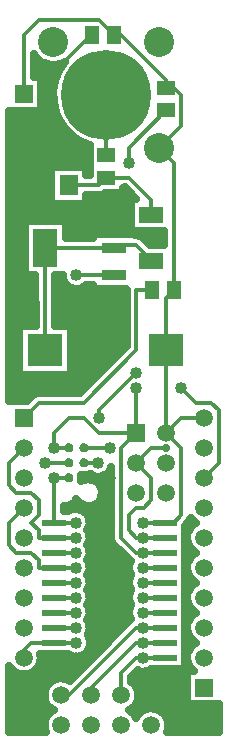
<source format=gbr>
G04 DipTrace 2.4.0.1*
%INTop.gbr*%
%MOIN*%
%ADD13C,0.013*%
%ADD15C,0.025*%
%ADD16R,0.063X0.0709*%
%ADD18R,0.0827X0.0551*%
%ADD19R,0.118X0.11*%
%ADD21R,0.0846X0.0374*%
%ADD22R,0.0846X0.128*%
%ADD23R,0.0591X0.0512*%
%ADD24R,0.0591X0.0591*%
%ADD25C,0.0591*%
%ADD26R,0.0512X0.0591*%
%ADD27R,0.0787X0.0236*%
%ADD28C,0.3*%
%ADD29C,0.1*%
%ADD30C,0.04*%
%ADD32C,0.028*%
%FSLAX44Y44*%
G04*
G70*
G90*
G75*
G01*
%LNTop*%
%LPD*%
X5213Y22565D2*
D13*
Y23213D1*
X5797Y23797D1*
X5213Y22565D2*
Y21917D1*
X5565Y21565D1*
X6510D1*
X7626D1*
X7815Y21376D1*
X6539Y6815D2*
X5815D1*
X7700Y12815D2*
X6815D1*
X4815Y5815D2*
X5815Y6815D1*
X4815Y24815D2*
X5516D1*
X5565Y24864D1*
Y24029D1*
X5797Y23797D1*
X9565Y25067D2*
Y25065D1*
X8315Y23815D1*
Y23315D1*
X7071Y27565D2*
X7065D1*
X5565Y26065D1*
Y24864D1*
X7315Y14815D2*
Y15065D1*
X8565Y16315D1*
X6565Y21065D2*
Y21510D1*
X6510Y21565D1*
X7565Y23563D2*
Y25565D1*
X9065Y20030D2*
Y20065D1*
X8565Y20565D1*
X7909D1*
X7815Y20471D1*
X5532D1*
Y17082D1*
X5515Y17065D1*
X6315Y22565D2*
X7315D1*
X7565Y22815D1*
X9065Y21565D2*
Y22065D1*
X8315Y22815D1*
X7565D1*
X8792Y9815D2*
X9515D1*
X7300Y13315D2*
X6815D1*
X6539Y11315D2*
X5815D1*
X5830Y12815D2*
X6315D1*
X5815Y11315D2*
Y12800D1*
X5830Y12815D1*
X9071Y19065D2*
X8565D1*
Y17065D1*
X6815Y15315D1*
X5315D1*
X4815Y14815D1*
X8792Y10815D2*
X9515D1*
X5505Y13315D2*
X6315D1*
X8792Y10815D2*
X8565D1*
X8315Y11065D1*
Y11565D1*
X8565Y11815D1*
X8815D1*
X9065Y12065D1*
Y12815D1*
X8565Y13315D1*
X9565Y13815D2*
X9065D1*
X8565Y13315D1*
X8792Y10315D2*
X9515D1*
X5830Y13815D2*
X6315D1*
X8792Y10315D2*
X8565D1*
X8065Y10815D1*
Y13815D1*
X8565Y14315D1*
X7315D1*
X6815Y14815D1*
X6315D1*
X5815Y14315D1*
Y13830D1*
X5830Y13815D1*
X10815Y12815D2*
X11315Y13315D1*
Y15065D1*
X11065Y15315D1*
X10565D1*
X10065Y15815D1*
X8565D2*
Y14315D1*
X8792Y8315D2*
X9515D1*
X6565Y19565D2*
X7815D1*
X6539Y8815D2*
X5815D1*
X6539Y7815D2*
X5815D1*
X6565Y7315D2*
X5815D1*
X4815Y6815D2*
Y7065D1*
X5065Y7315D1*
X5815D1*
X8792Y7815D2*
X9515D1*
X8792D2*
X8565D1*
X6315Y5565D1*
X6065D1*
X8792Y7315D2*
X9515D1*
X8792D2*
X8565D1*
X7065Y5815D1*
Y5565D1*
X8792Y6815D2*
X9515D1*
X8792D2*
X8565D1*
X8065Y6315D1*
Y5565D1*
X6539Y9315D2*
X5815D1*
X6539Y9815D2*
X5815D1*
X4815Y11815D2*
X4315Y11315D1*
Y10565D1*
X4565Y10315D1*
X5065D1*
X5315Y10065D1*
Y9815D1*
X5815D1*
X8792Y8815D2*
X9515D1*
X8792Y9315D2*
X9515D1*
X6539Y10815D2*
X5815D1*
X4815Y13815D2*
X4315Y13315D1*
Y12565D1*
X4565Y12315D1*
X5065D1*
X5315Y12065D1*
Y11565D1*
X5065Y11315D1*
X5315Y11065D1*
Y10815D1*
X5815D1*
X6539Y10315D2*
X5815D1*
X6539Y8315D2*
X5815D1*
X8792Y11315D2*
X9515D1*
X7700Y13815D2*
X6815D1*
X9515Y11315D2*
X9815D1*
X10065Y11565D1*
Y13815D1*
X9565Y14315D1*
Y17065D2*
Y18811D1*
X9819Y19065D1*
Y23311D1*
X9333Y23797D1*
X10815Y14815D2*
X10065D1*
X9565Y14315D1*
Y17065D1*
Y25815D2*
Y26065D1*
X8065Y27565D1*
X7819D1*
X4815Y25602D2*
Y27565D1*
X5315Y28065D1*
X7319D1*
X7819Y27565D1*
X9565Y25815D2*
X9815D1*
X10065Y25565D1*
Y24529D1*
X9333Y23797D1*
D30*
X8315Y23315D3*
X7315Y14815D3*
X8565Y16315D3*
X6565Y21065D3*
D32*
X9565Y13815D3*
D30*
X10065Y15815D3*
X8565D3*
X6565Y19565D3*
X6539Y11315D3*
Y10815D3*
Y10315D3*
Y9815D3*
Y9315D3*
Y8815D3*
Y8315D3*
Y7815D3*
X6565Y7315D3*
X6539Y6815D3*
X8792D3*
Y7315D3*
Y7815D3*
Y8315D3*
Y8815D3*
Y9315D3*
Y9815D3*
Y10315D3*
Y10815D3*
Y11315D3*
X5830Y13815D3*
X5505Y13315D3*
X5830Y12815D3*
X7700D3*
X7300Y13315D3*
X7700Y13815D3*
X5168Y26563D2*
D15*
X6083D1*
X5168Y26314D2*
X5943D1*
X5399Y26065D2*
X5849D1*
X5399Y25817D2*
X5794D1*
X5399Y25568D2*
X5775D1*
X5399Y25319D2*
X5794D1*
X5399Y25071D2*
X5845D1*
X4350Y24822D2*
X5939D1*
X4350Y24573D2*
X6079D1*
X4350Y24325D2*
X6286D1*
X4350Y24076D2*
X6591D1*
X4350Y23827D2*
X6982D1*
X4350Y23579D2*
X6982D1*
X4350Y23330D2*
X6982D1*
X4350Y23081D2*
X5712D1*
X4350Y22833D2*
X5712D1*
X4350Y22584D2*
X5712D1*
X4350Y22335D2*
X5712D1*
X8149D2*
X8302D1*
X4350Y22086D2*
X5712D1*
X6918D2*
X8361D1*
X4350Y21838D2*
X8361D1*
X4350Y21589D2*
X8361D1*
X4350Y21340D2*
X4818D1*
X6246D2*
X8361D1*
X4350Y21092D2*
X4818D1*
X6246D2*
X8361D1*
X4350Y20843D2*
X4818D1*
X6246D2*
X7103D1*
X8766D2*
X9466D1*
X4350Y20594D2*
X4818D1*
X9028D2*
X9466D1*
X4350Y20346D2*
X4818D1*
X4350Y20097D2*
X4818D1*
X4350Y19848D2*
X4818D1*
X4350Y19600D2*
X4818D1*
X4350Y19351D2*
X5177D1*
X5887D2*
X6126D1*
X4350Y19102D2*
X5177D1*
X5887D2*
X6497D1*
X6633D2*
X8212D1*
X4350Y18854D2*
X5177D1*
X5887D2*
X8208D1*
X4350Y18605D2*
X5177D1*
X5887D2*
X8208D1*
X4350Y18356D2*
X5177D1*
X5887D2*
X8208D1*
X4350Y18107D2*
X5177D1*
X5887D2*
X8208D1*
X4350Y17859D2*
X4634D1*
X6395D2*
X8208D1*
X4350Y17610D2*
X4634D1*
X6395D2*
X8208D1*
X4350Y17361D2*
X4634D1*
X6395D2*
X8208D1*
X4350Y17113D2*
X4634D1*
X6395D2*
X8122D1*
X4350Y16864D2*
X4634D1*
X6395D2*
X7872D1*
X4350Y16615D2*
X4634D1*
X6395D2*
X7622D1*
X4350Y16367D2*
X4634D1*
X6395D2*
X7376D1*
X4350Y16118D2*
X7126D1*
X4350Y15869D2*
X6876D1*
X4350Y15621D2*
X5165D1*
X6754Y12885D2*
X7099D1*
X7500D2*
X7708D1*
X7309Y12636D2*
X7708D1*
X7438Y12388D2*
X7708D1*
X7407Y12139D2*
X7708D1*
X6344Y11890D2*
X6786D1*
X7145D2*
X7708D1*
X6895Y11642D2*
X7708D1*
X7024Y11393D2*
X7708D1*
X6996Y11144D2*
X7708D1*
X10200D2*
X10337D1*
X7020Y10896D2*
X7708D1*
X6996Y10647D2*
X7755D1*
X7020Y10398D2*
X7989D1*
X10200D2*
X10415D1*
X6996Y10149D2*
X8239D1*
X10200D2*
X10341D1*
X7020Y9901D2*
X8310D1*
X7000Y9652D2*
X8333D1*
X7020Y9403D2*
X8310D1*
X10200D2*
X10411D1*
X7000Y9155D2*
X8329D1*
X10200D2*
X10345D1*
X7020Y8906D2*
X8310D1*
X7000Y8657D2*
X8329D1*
X7020Y8409D2*
X8314D1*
X10200D2*
X10404D1*
X7000Y8160D2*
X8329D1*
X10200D2*
X10349D1*
X7020Y7911D2*
X8169D1*
X7004Y7663D2*
X7923D1*
X7043Y7414D2*
X7673D1*
X10200D2*
X10400D1*
X7032Y7165D2*
X7423D1*
X10200D2*
X10353D1*
X5391Y6917D2*
X6302D1*
X6829D2*
X7177D1*
X5379Y6668D2*
X6927D1*
X5235Y6419D2*
X6677D1*
X9059D2*
X10392D1*
X4350Y6170D2*
X6431D1*
X8418D2*
X10232D1*
X4350Y5922D2*
X5607D1*
X8520D2*
X10232D1*
X4350Y5673D2*
X5489D1*
X8641D2*
X10232D1*
X4350Y5424D2*
X5497D1*
X8633D2*
X10232D1*
X4350Y5176D2*
X5638D1*
X8493D2*
X11279D1*
X4350Y4927D2*
X5614D1*
X9516D2*
X11279D1*
X4350Y4678D2*
X5493D1*
X9637D2*
X11279D1*
X4350Y4430D2*
X5497D1*
X9633D2*
X11279D1*
X5860Y23184D2*
X6895D1*
Y22891D1*
X7006Y22895D1*
X7005Y23336D1*
Y23890D1*
X6745Y24002D1*
X6533Y24133D1*
X6341Y24293D1*
X6174Y24479D1*
X6034Y24686D1*
X5926Y24911D1*
X5850Y25149D1*
X5808Y25395D1*
X5802Y25645D1*
X5831Y25893D1*
X5894Y26135D1*
X5992Y26365D1*
X6120Y26579D1*
X6198Y26682D1*
X6114Y26636D1*
X5997Y26594D1*
X5874Y26572D1*
X5749Y26569D1*
X5625Y26587D1*
X5506Y26625D1*
X5395Y26682D1*
X5295Y26756D1*
X5208Y26845D1*
X5143Y26938D1*
X5145Y26163D1*
X5375D1*
Y25042D1*
X4326D1*
X4325Y15371D1*
X4755Y15375D1*
X4907D1*
X5082Y15548D1*
X5184Y15618D1*
X5315Y15645D1*
X6678D1*
X8236Y17203D1*
Y19069D1*
X8128Y19113D1*
X7127D1*
Y19234D1*
X6889Y19235D1*
X6786Y19156D1*
X6670Y19112D1*
X6545Y19100D1*
X6423Y19122D1*
X6310Y19176D1*
X6216Y19258D1*
X6147Y19361D1*
X6108Y19480D1*
X6103Y19569D1*
X5864Y19566D1*
X5862Y18096D1*
Y17881D1*
X6370Y17880D1*
Y16250D1*
X4660D1*
Y17880D1*
X5203D1*
X5202Y19562D1*
X4843Y19566D1*
Y21375D1*
X6220D1*
Y20801D1*
X7129D1*
X7127Y20923D1*
X8503D1*
Y20895D1*
X8565D1*
X8687Y20872D1*
X8798Y20798D1*
X9028Y20569D1*
X9492Y20570D1*
X9489Y21022D1*
X8387Y21024D1*
Y22106D1*
X8555D1*
X8177Y22486D1*
X8125Y22461D1*
Y22294D1*
X7504D1*
X7470Y22274D1*
X7352Y22237D1*
X6897Y22235D1*
X6895Y21946D1*
X5735D1*
Y23184D1*
X5860D1*
X9611Y4441D2*
X9575Y4325D1*
X11305D1*
Y5259D1*
X10875Y5255D1*
X10255D1*
Y6375D1*
X10470D1*
X10382Y6459D1*
X10314Y6564D1*
X10271Y6681D1*
X10255Y6805D1*
X10266Y6929D1*
X10305Y7048D1*
X10369Y7155D1*
X10456Y7245D1*
X10563Y7315D1*
X10471Y7372D1*
X10382Y7459D1*
X10314Y7564D1*
X10271Y7681D1*
X10255Y7805D1*
X10266Y7929D1*
X10305Y8048D1*
X10369Y8155D1*
X10456Y8245D1*
X10563Y8315D1*
X10471Y8372D1*
X10382Y8459D1*
X10314Y8564D1*
X10271Y8681D1*
X10255Y8805D1*
X10266Y8929D1*
X10305Y9048D1*
X10369Y9155D1*
X10456Y9245D1*
X10563Y9315D1*
X10471Y9372D1*
X10382Y9459D1*
X10314Y9564D1*
X10271Y9681D1*
X10255Y9805D1*
X10266Y9929D1*
X10305Y10048D1*
X10369Y10155D1*
X10456Y10245D1*
X10563Y10315D1*
X10471Y10372D1*
X10382Y10459D1*
X10314Y10564D1*
X10271Y10681D1*
X10255Y10805D1*
X10266Y10929D1*
X10305Y11048D1*
X10369Y11155D1*
X10456Y11245D1*
X10563Y11315D1*
X10471Y11372D1*
X10380Y11463D1*
X10298Y11332D1*
X10174Y11207D1*
X10170Y10932D1*
X10174Y10823D1*
X10170Y10432D1*
X10174Y10323D1*
X10170Y9932D1*
X10174Y9823D1*
X10170Y9432D1*
X10174Y9323D1*
X10170Y8932D1*
X10174Y8823D1*
X10170Y8432D1*
X10174Y8323D1*
X10170Y7932D1*
X10174Y7823D1*
X10170Y7432D1*
X10174Y7323D1*
X10170Y6932D1*
X10174Y6823D1*
Y6432D1*
X9053D1*
X9013Y6406D1*
X8897Y6362D1*
X8773Y6350D1*
X8650Y6372D1*
X8611Y6391D1*
X8392Y6176D1*
X8395Y6014D1*
X8492Y5928D1*
X8561Y5825D1*
X8607Y5709D1*
X8625Y5565D1*
X8611Y5441D1*
X8570Y5323D1*
X8504Y5217D1*
X8417Y5129D1*
X8315Y5064D1*
X8401Y5014D1*
X8492Y4928D1*
X8566Y4814D1*
X8619Y4905D1*
X8706Y4995D1*
X8810Y5064D1*
X8926Y5108D1*
X9050Y5125D1*
X9174Y5115D1*
X9293Y5077D1*
X9401Y5014D1*
X9492Y4928D1*
X9561Y4825D1*
X9607Y4709D1*
X9625Y4565D1*
X9611Y4441D1*
X5811Y5068D2*
X5721Y5122D1*
X5632Y5209D1*
X5564Y5314D1*
X5521Y5431D1*
X5505Y5555D1*
X5516Y5679D1*
X5555Y5798D1*
X5619Y5905D1*
X5706Y5995D1*
X5810Y6064D1*
X5926Y6108D1*
X6050Y6125D1*
X6174Y6115D1*
X6293Y6077D1*
X6337Y6051D1*
X8335Y8051D1*
X8374Y8111D1*
X8335Y8230D1*
X8329Y8354D1*
X8356Y8476D1*
X8401Y8562D1*
X8374Y8611D1*
X8335Y8730D1*
X8329Y8854D1*
X8356Y8976D1*
X8401Y9062D1*
X8374Y9111D1*
X8335Y9230D1*
X8329Y9354D1*
X8356Y9476D1*
X8401Y9562D1*
X8374Y9611D1*
X8335Y9730D1*
X8329Y9854D1*
X8356Y9976D1*
X8387Y10034D1*
X8243Y10170D1*
X7832Y10582D1*
X7762Y10684D1*
X7735Y10815D1*
Y13155D1*
X7699Y13077D1*
X7622Y12979D1*
X7521Y12906D1*
X7405Y12862D1*
X7280Y12850D1*
X7158Y12872D1*
X7045Y12926D1*
X7014Y12945D1*
X6937Y12913D1*
X6865Y12898D1*
X6792Y12896D1*
X6725Y12904D1*
X6735Y12802D1*
X6724Y12719D1*
X6716Y12692D1*
X6837Y12748D1*
X6960Y12767D1*
X7084Y12751D1*
X7198Y12702D1*
X7295Y12624D1*
X7367Y12522D1*
X7408Y12404D1*
X7417Y12315D1*
X7400Y12192D1*
X7350Y12078D1*
X7270Y11982D1*
X7168Y11911D1*
X7050Y11871D1*
X6925Y11865D1*
X6804Y11893D1*
X6694Y11953D1*
X6606Y12040D1*
X6566Y12112D1*
X6550Y12078D1*
X6470Y11982D1*
X6368Y11911D1*
X6250Y11871D1*
X6145Y11866D1*
Y11694D1*
X6277Y11698D1*
X6353Y11741D1*
X6473Y11775D1*
X6597Y11776D1*
X6718Y11744D1*
X6825Y11681D1*
X6912Y11592D1*
X6972Y11483D1*
X7001Y11362D1*
X7004Y11315D1*
X6987Y11191D1*
X6931Y11068D1*
X6972Y10983D1*
X7001Y10862D1*
X7004Y10815D1*
X6987Y10691D1*
X6931Y10568D1*
X6972Y10483D1*
X7001Y10362D1*
X7004Y10315D1*
X6987Y10191D1*
X6931Y10068D1*
X6972Y9983D1*
X7001Y9862D1*
X7004Y9815D1*
X6987Y9691D1*
X6931Y9568D1*
X6972Y9483D1*
X7001Y9362D1*
X7004Y9315D1*
X6987Y9191D1*
X6931Y9068D1*
X6972Y8983D1*
X7001Y8862D1*
X7004Y8815D1*
X6987Y8691D1*
X6931Y8568D1*
X6972Y8483D1*
X7001Y8362D1*
X7004Y8315D1*
X6987Y8191D1*
X6931Y8068D1*
X6972Y7983D1*
X7001Y7862D1*
X7004Y7815D1*
X6987Y7691D1*
X6943Y7588D1*
X6999Y7483D1*
X7028Y7362D1*
X7030Y7315D1*
X7013Y7191D1*
X6964Y7077D1*
X6887Y6979D1*
X6786Y6906D1*
X6670Y6862D1*
X6545Y6850D1*
X6423Y6872D1*
X6301Y6934D1*
X5360Y6932D1*
X5375Y6815D1*
X5361Y6691D1*
X5320Y6573D1*
X5254Y6467D1*
X5167Y6379D1*
X5061Y6312D1*
X4944Y6270D1*
X4820Y6255D1*
X4696Y6268D1*
X4578Y6307D1*
X4471Y6372D1*
X4382Y6459D1*
X4325Y6548D1*
Y4325D1*
X5555D1*
X5521Y4431D1*
X5505Y4555D1*
X5516Y4679D1*
X5555Y4798D1*
X5619Y4905D1*
X5706Y4995D1*
X5813Y5065D1*
D16*
X6315Y22565D3*
X5213D3*
D18*
X9065Y21565D3*
Y20030D3*
D19*
X9565Y17065D3*
X5515D3*
D21*
X7815Y19565D3*
Y20471D3*
Y21376D3*
D22*
X5532Y20471D3*
D23*
X7565Y22815D3*
Y23563D3*
D24*
X4815Y25602D3*
D25*
Y24815D3*
D26*
X7819Y27565D3*
X7071D3*
D23*
X9565Y25815D3*
Y25067D3*
D24*
X9065Y5565D3*
D25*
Y4565D3*
X8065Y5565D3*
Y4565D3*
X7065Y5565D3*
Y4565D3*
X6065Y5565D3*
Y4565D3*
D24*
X8565Y14315D3*
D25*
X9565D3*
X8565Y13315D3*
X9565D3*
X8565Y12315D3*
X9565D3*
D26*
X9819Y19065D3*
X9071D3*
G36*
X6815Y13660D2*
X6842Y13662D1*
X6868Y13669D1*
X6893Y13681D1*
X6915Y13696D1*
X6934Y13715D1*
X6949Y13737D1*
X6961Y13762D1*
X6968Y13788D1*
X6970Y13815D1*
D1*
X6968Y13842D1*
X6961Y13868D1*
X6949Y13893D1*
X6934Y13915D1*
X6915Y13934D1*
X6893Y13949D1*
X6868Y13961D1*
X6842Y13968D1*
X6815Y13970D1*
D1*
X6788Y13968D1*
X6762Y13961D1*
X6737Y13949D1*
X6715Y13934D1*
X6696Y13915D1*
X6681Y13893D1*
X6669Y13868D1*
X6662Y13842D1*
X6660Y13815D1*
D1*
X6662Y13788D1*
X6669Y13762D1*
X6681Y13737D1*
X6696Y13715D1*
X6715Y13696D1*
X6737Y13681D1*
X6762Y13669D1*
X6788Y13662D1*
X6815Y13660D1*
G37*
G36*
Y13160D2*
X6842Y13162D1*
X6868Y13169D1*
X6893Y13181D1*
X6915Y13196D1*
X6934Y13215D1*
X6949Y13237D1*
X6961Y13262D1*
X6968Y13288D1*
X6970Y13315D1*
D1*
X6968Y13342D1*
X6961Y13368D1*
X6949Y13393D1*
X6934Y13415D1*
X6915Y13434D1*
X6893Y13449D1*
X6868Y13461D1*
X6842Y13468D1*
X6815Y13470D1*
D1*
X6788Y13468D1*
X6762Y13461D1*
X6737Y13449D1*
X6715Y13434D1*
X6696Y13415D1*
X6681Y13393D1*
X6669Y13368D1*
X6662Y13342D1*
X6660Y13315D1*
D1*
X6662Y13288D1*
X6669Y13262D1*
X6681Y13237D1*
X6696Y13215D1*
X6715Y13196D1*
X6737Y13181D1*
X6762Y13169D1*
X6788Y13162D1*
X6815Y13160D1*
G37*
G36*
Y12660D2*
X6842Y12662D1*
X6868Y12669D1*
X6893Y12681D1*
X6915Y12696D1*
X6934Y12715D1*
X6949Y12737D1*
X6961Y12762D1*
X6968Y12788D1*
X6970Y12815D1*
D1*
X6968Y12842D1*
X6961Y12868D1*
X6949Y12893D1*
X6934Y12915D1*
X6915Y12934D1*
X6893Y12949D1*
X6868Y12961D1*
X6842Y12968D1*
X6815Y12970D1*
D1*
X6788Y12968D1*
X6762Y12961D1*
X6737Y12949D1*
X6715Y12934D1*
X6696Y12915D1*
X6681Y12893D1*
X6669Y12868D1*
X6662Y12842D1*
X6660Y12815D1*
D1*
X6662Y12788D1*
X6669Y12762D1*
X6681Y12737D1*
X6696Y12715D1*
X6715Y12696D1*
X6737Y12681D1*
X6762Y12669D1*
X6788Y12662D1*
X6815Y12660D1*
G37*
G36*
X6315D2*
X6342Y12662D1*
X6368Y12669D1*
X6393Y12681D1*
X6415Y12696D1*
X6434Y12715D1*
X6449Y12737D1*
X6461Y12762D1*
X6468Y12788D1*
X6470Y12815D1*
D1*
X6468Y12842D1*
X6461Y12868D1*
X6449Y12893D1*
X6434Y12915D1*
X6415Y12934D1*
X6393Y12949D1*
X6368Y12961D1*
X6342Y12968D1*
X6315Y12970D1*
D1*
X6288Y12968D1*
X6262Y12961D1*
X6237Y12949D1*
X6215Y12934D1*
X6196Y12915D1*
X6181Y12893D1*
X6169Y12868D1*
X6162Y12842D1*
X6160Y12815D1*
D1*
X6162Y12788D1*
X6169Y12762D1*
X6181Y12737D1*
X6196Y12715D1*
X6215Y12696D1*
X6237Y12681D1*
X6262Y12669D1*
X6288Y12662D1*
X6315Y12660D1*
G37*
G36*
Y13160D2*
X6342Y13162D1*
X6368Y13169D1*
X6393Y13181D1*
X6415Y13196D1*
X6434Y13215D1*
X6449Y13237D1*
X6461Y13262D1*
X6468Y13288D1*
X6470Y13315D1*
D1*
X6468Y13342D1*
X6461Y13368D1*
X6449Y13393D1*
X6434Y13415D1*
X6415Y13434D1*
X6393Y13449D1*
X6368Y13461D1*
X6342Y13468D1*
X6315Y13470D1*
D1*
X6288Y13468D1*
X6262Y13461D1*
X6237Y13449D1*
X6215Y13434D1*
X6196Y13415D1*
X6181Y13393D1*
X6169Y13368D1*
X6162Y13342D1*
X6160Y13315D1*
D1*
X6162Y13288D1*
X6169Y13262D1*
X6181Y13237D1*
X6196Y13215D1*
X6215Y13196D1*
X6237Y13181D1*
X6262Y13169D1*
X6288Y13162D1*
X6315Y13160D1*
G37*
G36*
Y13660D2*
X6342Y13662D1*
X6368Y13669D1*
X6393Y13681D1*
X6415Y13696D1*
X6434Y13715D1*
X6449Y13737D1*
X6461Y13762D1*
X6468Y13788D1*
X6470Y13815D1*
D1*
X6468Y13842D1*
X6461Y13868D1*
X6449Y13893D1*
X6434Y13915D1*
X6415Y13934D1*
X6393Y13949D1*
X6368Y13961D1*
X6342Y13968D1*
X6315Y13970D1*
D1*
X6288Y13968D1*
X6262Y13961D1*
X6237Y13949D1*
X6215Y13934D1*
X6196Y13915D1*
X6181Y13893D1*
X6169Y13868D1*
X6162Y13842D1*
X6160Y13815D1*
D1*
X6162Y13788D1*
X6169Y13762D1*
X6181Y13737D1*
X6196Y13715D1*
X6215Y13696D1*
X6237Y13681D1*
X6262Y13669D1*
X6288Y13662D1*
X6315Y13660D1*
G37*
D24*
X4815Y14815D3*
D25*
Y13815D3*
Y12815D3*
Y11815D3*
Y10815D3*
Y9815D3*
Y8815D3*
Y7815D3*
Y6815D3*
Y5815D3*
D24*
X10815D3*
D25*
Y6815D3*
Y7815D3*
Y8815D3*
Y9815D3*
Y10815D3*
Y11815D3*
Y12815D3*
Y13815D3*
Y14815D3*
D27*
X5815Y11315D3*
Y10815D3*
Y10315D3*
Y9815D3*
Y9315D3*
Y8815D3*
Y8315D3*
Y7815D3*
Y7315D3*
Y6815D3*
X9515D3*
Y7315D3*
Y7815D3*
Y8315D3*
Y8815D3*
Y9315D3*
Y9815D3*
Y10315D3*
Y10815D3*
Y11315D3*
D28*
X7565Y25565D3*
D29*
X9333Y23797D3*
X5797D3*
Y27333D3*
X9333D3*
M02*

</source>
